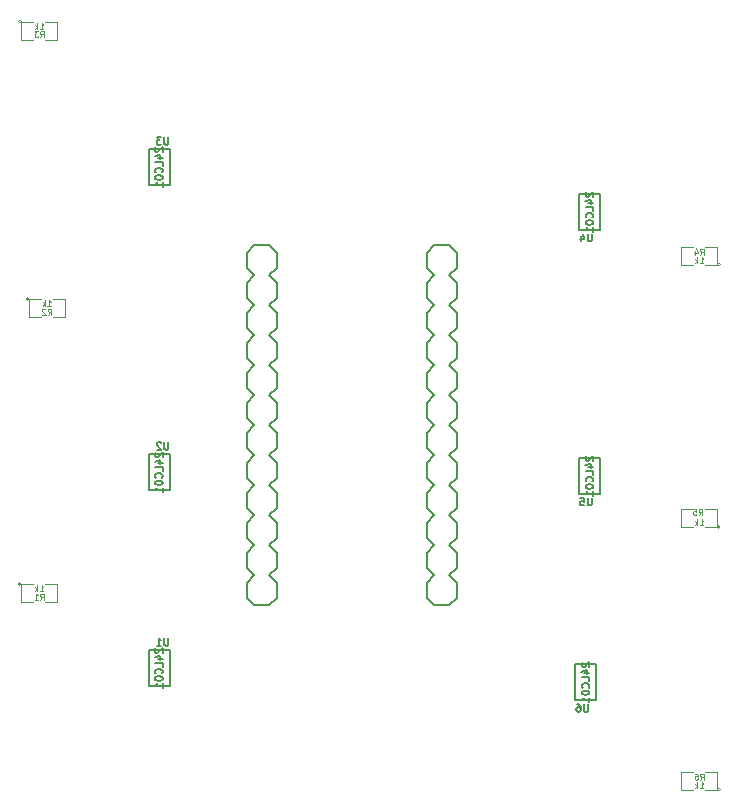
<source format=gbo>
G04 (created by PCBNEW (2013-mar-13)-testing) date jeu. 10 oct. 2013 21:07:33 CEST*
%MOIN*%
G04 Gerber Fmt 3.4, Leading zero omitted, Abs format*
%FSLAX34Y34*%
G01*
G70*
G90*
G04 APERTURE LIST*
%ADD10C,0.005906*%
%ADD11C,0.008000*%
%ADD12C,0.003900*%
%ADD13C,0.005000*%
%ADD14C,0.004300*%
G04 APERTURE END LIST*
G54D10*
G54D11*
X70925Y-27150D02*
X70925Y-26650D01*
X70925Y-26650D02*
X70675Y-26400D01*
X70175Y-26400D02*
X69925Y-26650D01*
X70675Y-28400D02*
X70925Y-28150D01*
X70925Y-28150D02*
X70925Y-27650D01*
X70925Y-27650D02*
X70675Y-27400D01*
X70175Y-27400D02*
X69925Y-27650D01*
X69925Y-27650D02*
X69925Y-28150D01*
X69925Y-28150D02*
X70175Y-28400D01*
X70925Y-27150D02*
X70675Y-27400D01*
X70175Y-27400D02*
X69925Y-27150D01*
X69925Y-26650D02*
X69925Y-27150D01*
X70925Y-30150D02*
X70925Y-29650D01*
X70925Y-29650D02*
X70675Y-29400D01*
X70175Y-29400D02*
X69925Y-29650D01*
X70675Y-29400D02*
X70925Y-29150D01*
X70925Y-29150D02*
X70925Y-28650D01*
X70925Y-28650D02*
X70675Y-28400D01*
X70175Y-28400D02*
X69925Y-28650D01*
X69925Y-28650D02*
X69925Y-29150D01*
X69925Y-29150D02*
X70175Y-29400D01*
X70675Y-31400D02*
X70925Y-31150D01*
X70925Y-31150D02*
X70925Y-30650D01*
X70925Y-30650D02*
X70675Y-30400D01*
X70175Y-30400D02*
X69925Y-30650D01*
X69925Y-30650D02*
X69925Y-31150D01*
X69925Y-31150D02*
X70175Y-31400D01*
X70925Y-30150D02*
X70675Y-30400D01*
X70175Y-30400D02*
X69925Y-30150D01*
X69925Y-29650D02*
X69925Y-30150D01*
X70925Y-33150D02*
X70925Y-32650D01*
X70925Y-32650D02*
X70675Y-32400D01*
X70175Y-32400D02*
X69925Y-32650D01*
X70675Y-32400D02*
X70925Y-32150D01*
X70925Y-32150D02*
X70925Y-31650D01*
X70925Y-31650D02*
X70675Y-31400D01*
X70175Y-31400D02*
X69925Y-31650D01*
X69925Y-31650D02*
X69925Y-32150D01*
X69925Y-32150D02*
X70175Y-32400D01*
X70675Y-33400D02*
X70175Y-33400D01*
X70925Y-33150D02*
X70675Y-33400D01*
X70175Y-33400D02*
X69925Y-33150D01*
X69925Y-32650D02*
X69925Y-33150D01*
X70925Y-26150D02*
X70925Y-25650D01*
X70925Y-25650D02*
X70675Y-25400D01*
X70175Y-25400D02*
X69925Y-25650D01*
X70925Y-26150D02*
X70675Y-26400D01*
X70175Y-26400D02*
X69925Y-26150D01*
X69925Y-25650D02*
X69925Y-26150D01*
X70925Y-25150D02*
X70925Y-24650D01*
X70925Y-24650D02*
X70675Y-24400D01*
X70175Y-24400D02*
X69925Y-24650D01*
X70925Y-25150D02*
X70675Y-25400D01*
X70175Y-25400D02*
X69925Y-25150D01*
X69925Y-24650D02*
X69925Y-25150D01*
X70925Y-24150D02*
X70925Y-23650D01*
X70925Y-23650D02*
X70675Y-23400D01*
X70175Y-23400D02*
X69925Y-23650D01*
X70925Y-24150D02*
X70675Y-24400D01*
X70175Y-24400D02*
X69925Y-24150D01*
X69925Y-23650D02*
X69925Y-24150D01*
X70925Y-23150D02*
X70925Y-22650D01*
X70925Y-22650D02*
X70675Y-22400D01*
X70175Y-22400D02*
X69925Y-22650D01*
X70925Y-23150D02*
X70675Y-23400D01*
X70175Y-23400D02*
X69925Y-23150D01*
X69925Y-22650D02*
X69925Y-23150D01*
X70925Y-22150D02*
X70925Y-21650D01*
X70925Y-21650D02*
X70675Y-21400D01*
X70675Y-21400D02*
X70175Y-21400D01*
X70175Y-21400D02*
X69925Y-21650D01*
X70925Y-22150D02*
X70675Y-22400D01*
X70175Y-22400D02*
X69925Y-22150D01*
X69925Y-21650D02*
X69925Y-22150D01*
X75925Y-27650D02*
X75925Y-28150D01*
X75925Y-28150D02*
X76175Y-28400D01*
X76675Y-28400D02*
X76925Y-28150D01*
X76175Y-26400D02*
X75925Y-26650D01*
X75925Y-26650D02*
X75925Y-27150D01*
X75925Y-27150D02*
X76175Y-27400D01*
X76675Y-27400D02*
X76925Y-27150D01*
X76925Y-27150D02*
X76925Y-26650D01*
X76925Y-26650D02*
X76675Y-26400D01*
X75925Y-27650D02*
X76175Y-27400D01*
X76675Y-27400D02*
X76925Y-27650D01*
X76925Y-28150D02*
X76925Y-27650D01*
X75925Y-24650D02*
X75925Y-25150D01*
X75925Y-25150D02*
X76175Y-25400D01*
X76675Y-25400D02*
X76925Y-25150D01*
X76175Y-25400D02*
X75925Y-25650D01*
X75925Y-25650D02*
X75925Y-26150D01*
X75925Y-26150D02*
X76175Y-26400D01*
X76675Y-26400D02*
X76925Y-26150D01*
X76925Y-26150D02*
X76925Y-25650D01*
X76925Y-25650D02*
X76675Y-25400D01*
X76175Y-23400D02*
X75925Y-23650D01*
X75925Y-23650D02*
X75925Y-24150D01*
X75925Y-24150D02*
X76175Y-24400D01*
X76675Y-24400D02*
X76925Y-24150D01*
X76925Y-24150D02*
X76925Y-23650D01*
X76925Y-23650D02*
X76675Y-23400D01*
X75925Y-24650D02*
X76175Y-24400D01*
X76675Y-24400D02*
X76925Y-24650D01*
X76925Y-25150D02*
X76925Y-24650D01*
X75925Y-21650D02*
X75925Y-22150D01*
X75925Y-22150D02*
X76175Y-22400D01*
X76675Y-22400D02*
X76925Y-22150D01*
X76175Y-22400D02*
X75925Y-22650D01*
X75925Y-22650D02*
X75925Y-23150D01*
X75925Y-23150D02*
X76175Y-23400D01*
X76675Y-23400D02*
X76925Y-23150D01*
X76925Y-23150D02*
X76925Y-22650D01*
X76925Y-22650D02*
X76675Y-22400D01*
X76175Y-21400D02*
X76675Y-21400D01*
X75925Y-21650D02*
X76175Y-21400D01*
X76675Y-21400D02*
X76925Y-21650D01*
X76925Y-22150D02*
X76925Y-21650D01*
X75925Y-28650D02*
X75925Y-29150D01*
X75925Y-29150D02*
X76175Y-29400D01*
X76675Y-29400D02*
X76925Y-29150D01*
X75925Y-28650D02*
X76175Y-28400D01*
X76675Y-28400D02*
X76925Y-28650D01*
X76925Y-29150D02*
X76925Y-28650D01*
X75925Y-29650D02*
X75925Y-30150D01*
X75925Y-30150D02*
X76175Y-30400D01*
X76675Y-30400D02*
X76925Y-30150D01*
X75925Y-29650D02*
X76175Y-29400D01*
X76675Y-29400D02*
X76925Y-29650D01*
X76925Y-30150D02*
X76925Y-29650D01*
X75925Y-30650D02*
X75925Y-31150D01*
X75925Y-31150D02*
X76175Y-31400D01*
X76675Y-31400D02*
X76925Y-31150D01*
X75925Y-30650D02*
X76175Y-30400D01*
X76675Y-30400D02*
X76925Y-30650D01*
X76925Y-31150D02*
X76925Y-30650D01*
X75925Y-31650D02*
X75925Y-32150D01*
X75925Y-32150D02*
X76175Y-32400D01*
X76675Y-32400D02*
X76925Y-32150D01*
X75925Y-31650D02*
X76175Y-31400D01*
X76675Y-31400D02*
X76925Y-31650D01*
X76925Y-32150D02*
X76925Y-31650D01*
X75925Y-32650D02*
X75925Y-33150D01*
X75925Y-33150D02*
X76175Y-33400D01*
X76175Y-33400D02*
X76675Y-33400D01*
X76675Y-33400D02*
X76925Y-33150D01*
X75925Y-32650D02*
X76175Y-32400D01*
X76675Y-32400D02*
X76925Y-32650D01*
X76925Y-33150D02*
X76925Y-32650D01*
G54D12*
X62400Y-32700D02*
G75*
G03X62400Y-32700I-50J0D01*
G74*
G01*
X62800Y-32700D02*
X62400Y-32700D01*
X62400Y-32700D02*
X62400Y-33300D01*
X62400Y-33300D02*
X62800Y-33300D01*
X63200Y-33300D02*
X63600Y-33300D01*
X63600Y-33300D02*
X63600Y-32700D01*
X63600Y-32700D02*
X63200Y-32700D01*
X62650Y-23200D02*
G75*
G03X62650Y-23200I-50J0D01*
G74*
G01*
X63050Y-23200D02*
X62650Y-23200D01*
X62650Y-23200D02*
X62650Y-23800D01*
X62650Y-23800D02*
X63050Y-23800D01*
X63450Y-23800D02*
X63850Y-23800D01*
X63850Y-23800D02*
X63850Y-23200D01*
X63850Y-23200D02*
X63450Y-23200D01*
X62400Y-13950D02*
G75*
G03X62400Y-13950I-50J0D01*
G74*
G01*
X62800Y-13950D02*
X62400Y-13950D01*
X62400Y-13950D02*
X62400Y-14550D01*
X62400Y-14550D02*
X62800Y-14550D01*
X63200Y-14550D02*
X63600Y-14550D01*
X63600Y-14550D02*
X63600Y-13950D01*
X63600Y-13950D02*
X63200Y-13950D01*
X85700Y-22050D02*
G75*
G03X85700Y-22050I-50J0D01*
G74*
G01*
X85200Y-22050D02*
X85600Y-22050D01*
X85600Y-22050D02*
X85600Y-21450D01*
X85600Y-21450D02*
X85200Y-21450D01*
X84800Y-21450D02*
X84400Y-21450D01*
X84400Y-21450D02*
X84400Y-22050D01*
X84400Y-22050D02*
X84800Y-22050D01*
X85700Y-30800D02*
G75*
G03X85700Y-30800I-50J0D01*
G74*
G01*
X85200Y-30800D02*
X85600Y-30800D01*
X85600Y-30800D02*
X85600Y-30200D01*
X85600Y-30200D02*
X85200Y-30200D01*
X84800Y-30200D02*
X84400Y-30200D01*
X84400Y-30200D02*
X84400Y-30800D01*
X84400Y-30800D02*
X84800Y-30800D01*
X85700Y-39550D02*
G75*
G03X85700Y-39550I-50J0D01*
G74*
G01*
X85200Y-39550D02*
X85600Y-39550D01*
X85600Y-39550D02*
X85600Y-38950D01*
X85600Y-38950D02*
X85200Y-38950D01*
X84800Y-38950D02*
X84400Y-38950D01*
X84400Y-38950D02*
X84400Y-39550D01*
X84400Y-39550D02*
X84800Y-39550D01*
G54D13*
X67350Y-34900D02*
X66650Y-34900D01*
X66650Y-34900D02*
X66650Y-36100D01*
X66650Y-36100D02*
X67350Y-36100D01*
X67350Y-36100D02*
X67350Y-34900D01*
X67350Y-28375D02*
X66650Y-28375D01*
X66650Y-28375D02*
X66650Y-29575D01*
X66650Y-29575D02*
X67350Y-29575D01*
X67350Y-29575D02*
X67350Y-28375D01*
X67350Y-18200D02*
X66650Y-18200D01*
X66650Y-18200D02*
X66650Y-19400D01*
X66650Y-19400D02*
X67350Y-19400D01*
X67350Y-19400D02*
X67350Y-18200D01*
X81000Y-20900D02*
X81700Y-20900D01*
X81700Y-20900D02*
X81700Y-19700D01*
X81700Y-19700D02*
X81000Y-19700D01*
X81000Y-19700D02*
X81000Y-20900D01*
X81000Y-29700D02*
X81700Y-29700D01*
X81700Y-29700D02*
X81700Y-28500D01*
X81700Y-28500D02*
X81000Y-28500D01*
X81000Y-28500D02*
X81000Y-29700D01*
X80875Y-36575D02*
X81575Y-36575D01*
X81575Y-36575D02*
X81575Y-35375D01*
X81575Y-35375D02*
X80875Y-35375D01*
X80875Y-35375D02*
X80875Y-36575D01*
G54D14*
X63032Y-33214D02*
X63098Y-33120D01*
X63145Y-33214D02*
X63145Y-33017D01*
X63070Y-33017D01*
X63051Y-33026D01*
X63042Y-33035D01*
X63032Y-33054D01*
X63032Y-33082D01*
X63042Y-33101D01*
X63051Y-33110D01*
X63070Y-33120D01*
X63145Y-33120D01*
X62845Y-33214D02*
X62957Y-33214D01*
X62901Y-33214D02*
X62901Y-33017D01*
X62920Y-33045D01*
X62939Y-33064D01*
X62957Y-33073D01*
X63023Y-32939D02*
X63136Y-32939D01*
X63079Y-32939D02*
X63079Y-32742D01*
X63098Y-32770D01*
X63117Y-32789D01*
X63136Y-32798D01*
X62939Y-32939D02*
X62939Y-32742D01*
X62920Y-32864D02*
X62863Y-32939D01*
X62863Y-32807D02*
X62939Y-32882D01*
X63282Y-23714D02*
X63348Y-23620D01*
X63395Y-23714D02*
X63395Y-23517D01*
X63320Y-23517D01*
X63301Y-23526D01*
X63292Y-23535D01*
X63282Y-23554D01*
X63282Y-23582D01*
X63292Y-23601D01*
X63301Y-23610D01*
X63320Y-23620D01*
X63395Y-23620D01*
X63207Y-23535D02*
X63198Y-23526D01*
X63179Y-23517D01*
X63132Y-23517D01*
X63113Y-23526D01*
X63104Y-23535D01*
X63095Y-23554D01*
X63095Y-23573D01*
X63104Y-23601D01*
X63217Y-23714D01*
X63095Y-23714D01*
X63273Y-23439D02*
X63386Y-23439D01*
X63329Y-23439D02*
X63329Y-23242D01*
X63348Y-23270D01*
X63367Y-23289D01*
X63386Y-23298D01*
X63189Y-23439D02*
X63189Y-23242D01*
X63170Y-23364D02*
X63113Y-23439D01*
X63113Y-23307D02*
X63189Y-23382D01*
X63032Y-14464D02*
X63098Y-14370D01*
X63145Y-14464D02*
X63145Y-14267D01*
X63070Y-14267D01*
X63051Y-14276D01*
X63042Y-14285D01*
X63032Y-14304D01*
X63032Y-14332D01*
X63042Y-14351D01*
X63051Y-14360D01*
X63070Y-14370D01*
X63145Y-14370D01*
X62967Y-14267D02*
X62845Y-14267D01*
X62910Y-14342D01*
X62882Y-14342D01*
X62863Y-14351D01*
X62854Y-14360D01*
X62845Y-14379D01*
X62845Y-14426D01*
X62854Y-14445D01*
X62863Y-14454D01*
X62882Y-14464D01*
X62939Y-14464D01*
X62957Y-14454D01*
X62967Y-14445D01*
X63023Y-14189D02*
X63136Y-14189D01*
X63079Y-14189D02*
X63079Y-13992D01*
X63098Y-14020D01*
X63117Y-14039D01*
X63136Y-14048D01*
X62939Y-14189D02*
X62939Y-13992D01*
X62920Y-14114D02*
X62863Y-14189D01*
X62863Y-14057D02*
X62939Y-14132D01*
X85032Y-21714D02*
X85098Y-21620D01*
X85145Y-21714D02*
X85145Y-21517D01*
X85070Y-21517D01*
X85051Y-21526D01*
X85042Y-21535D01*
X85032Y-21554D01*
X85032Y-21582D01*
X85042Y-21601D01*
X85051Y-21610D01*
X85070Y-21620D01*
X85145Y-21620D01*
X84863Y-21582D02*
X84863Y-21714D01*
X84910Y-21507D02*
X84957Y-21648D01*
X84835Y-21648D01*
X85023Y-21989D02*
X85136Y-21989D01*
X85079Y-21989D02*
X85079Y-21792D01*
X85098Y-21820D01*
X85117Y-21839D01*
X85136Y-21848D01*
X84939Y-21989D02*
X84939Y-21792D01*
X84920Y-21914D02*
X84863Y-21989D01*
X84863Y-21857D02*
X84939Y-21932D01*
X84982Y-30389D02*
X85048Y-30295D01*
X85095Y-30389D02*
X85095Y-30192D01*
X85020Y-30192D01*
X85001Y-30201D01*
X84992Y-30210D01*
X84982Y-30229D01*
X84982Y-30257D01*
X84992Y-30276D01*
X85001Y-30285D01*
X85020Y-30295D01*
X85095Y-30295D01*
X84804Y-30192D02*
X84898Y-30192D01*
X84907Y-30285D01*
X84898Y-30276D01*
X84879Y-30267D01*
X84832Y-30267D01*
X84813Y-30276D01*
X84804Y-30285D01*
X84795Y-30304D01*
X84795Y-30351D01*
X84804Y-30370D01*
X84813Y-30379D01*
X84832Y-30389D01*
X84879Y-30389D01*
X84898Y-30379D01*
X84907Y-30370D01*
X85023Y-30739D02*
X85136Y-30739D01*
X85079Y-30739D02*
X85079Y-30542D01*
X85098Y-30570D01*
X85117Y-30589D01*
X85136Y-30598D01*
X84939Y-30739D02*
X84939Y-30542D01*
X84920Y-30664D02*
X84863Y-30739D01*
X84863Y-30607D02*
X84939Y-30682D01*
X85032Y-39214D02*
X85098Y-39120D01*
X85145Y-39214D02*
X85145Y-39017D01*
X85070Y-39017D01*
X85051Y-39026D01*
X85042Y-39035D01*
X85032Y-39054D01*
X85032Y-39082D01*
X85042Y-39101D01*
X85051Y-39110D01*
X85070Y-39120D01*
X85145Y-39120D01*
X84863Y-39017D02*
X84901Y-39017D01*
X84920Y-39026D01*
X84929Y-39035D01*
X84948Y-39064D01*
X84957Y-39101D01*
X84957Y-39176D01*
X84948Y-39195D01*
X84939Y-39204D01*
X84920Y-39214D01*
X84882Y-39214D01*
X84863Y-39204D01*
X84854Y-39195D01*
X84845Y-39176D01*
X84845Y-39129D01*
X84854Y-39110D01*
X84863Y-39101D01*
X84882Y-39092D01*
X84920Y-39092D01*
X84939Y-39101D01*
X84948Y-39110D01*
X84957Y-39129D01*
X85023Y-39489D02*
X85136Y-39489D01*
X85079Y-39489D02*
X85079Y-39292D01*
X85098Y-39320D01*
X85117Y-39339D01*
X85136Y-39348D01*
X84939Y-39489D02*
X84939Y-39292D01*
X84920Y-39414D02*
X84863Y-39489D01*
X84863Y-39357D02*
X84939Y-39432D01*
G54D13*
X67308Y-34497D02*
X67308Y-34699D01*
X67296Y-34723D01*
X67284Y-34735D01*
X67260Y-34747D01*
X67213Y-34747D01*
X67189Y-34735D01*
X67177Y-34723D01*
X67165Y-34699D01*
X67165Y-34497D01*
X66915Y-34747D02*
X67058Y-34747D01*
X66987Y-34747D02*
X66987Y-34497D01*
X67010Y-34532D01*
X67034Y-34556D01*
X67058Y-34568D01*
X66886Y-34845D02*
X66875Y-34857D01*
X66863Y-34880D01*
X66863Y-34940D01*
X66875Y-34964D01*
X66886Y-34976D01*
X66910Y-34988D01*
X66934Y-34988D01*
X66970Y-34976D01*
X67113Y-34833D01*
X67113Y-34988D01*
X66946Y-35202D02*
X67113Y-35202D01*
X66851Y-35142D02*
X67029Y-35083D01*
X67029Y-35238D01*
X67113Y-35452D02*
X67113Y-35333D01*
X66863Y-35333D01*
X67089Y-35678D02*
X67101Y-35666D01*
X67113Y-35630D01*
X67113Y-35607D01*
X67101Y-35571D01*
X67077Y-35547D01*
X67053Y-35535D01*
X67005Y-35523D01*
X66970Y-35523D01*
X66922Y-35535D01*
X66898Y-35547D01*
X66875Y-35571D01*
X66863Y-35607D01*
X66863Y-35630D01*
X66875Y-35666D01*
X66886Y-35678D01*
X66863Y-35833D02*
X66863Y-35857D01*
X66875Y-35880D01*
X66886Y-35892D01*
X66910Y-35904D01*
X66958Y-35916D01*
X67017Y-35916D01*
X67065Y-35904D01*
X67089Y-35892D01*
X67101Y-35880D01*
X67113Y-35857D01*
X67113Y-35833D01*
X67101Y-35809D01*
X67089Y-35797D01*
X67065Y-35785D01*
X67017Y-35773D01*
X66958Y-35773D01*
X66910Y-35785D01*
X66886Y-35797D01*
X66875Y-35809D01*
X66863Y-35833D01*
X67113Y-36154D02*
X67113Y-36011D01*
X67113Y-36083D02*
X66863Y-36083D01*
X66898Y-36059D01*
X66922Y-36035D01*
X66934Y-36011D01*
X67308Y-27972D02*
X67308Y-28174D01*
X67296Y-28198D01*
X67284Y-28210D01*
X67260Y-28222D01*
X67213Y-28222D01*
X67189Y-28210D01*
X67177Y-28198D01*
X67165Y-28174D01*
X67165Y-27972D01*
X67058Y-27995D02*
X67046Y-27984D01*
X67022Y-27972D01*
X66963Y-27972D01*
X66939Y-27984D01*
X66927Y-27995D01*
X66915Y-28019D01*
X66915Y-28043D01*
X66927Y-28079D01*
X67070Y-28222D01*
X66915Y-28222D01*
X66886Y-28320D02*
X66875Y-28332D01*
X66863Y-28355D01*
X66863Y-28415D01*
X66875Y-28439D01*
X66886Y-28451D01*
X66910Y-28463D01*
X66934Y-28463D01*
X66970Y-28451D01*
X67113Y-28308D01*
X67113Y-28463D01*
X66946Y-28677D02*
X67113Y-28677D01*
X66851Y-28617D02*
X67029Y-28558D01*
X67029Y-28713D01*
X67113Y-28927D02*
X67113Y-28808D01*
X66863Y-28808D01*
X67089Y-29153D02*
X67101Y-29141D01*
X67113Y-29105D01*
X67113Y-29082D01*
X67101Y-29046D01*
X67077Y-29022D01*
X67053Y-29010D01*
X67005Y-28998D01*
X66970Y-28998D01*
X66922Y-29010D01*
X66898Y-29022D01*
X66875Y-29046D01*
X66863Y-29082D01*
X66863Y-29105D01*
X66875Y-29141D01*
X66886Y-29153D01*
X66863Y-29308D02*
X66863Y-29332D01*
X66875Y-29355D01*
X66886Y-29367D01*
X66910Y-29379D01*
X66958Y-29391D01*
X67017Y-29391D01*
X67065Y-29379D01*
X67089Y-29367D01*
X67101Y-29355D01*
X67113Y-29332D01*
X67113Y-29308D01*
X67101Y-29284D01*
X67089Y-29272D01*
X67065Y-29260D01*
X67017Y-29248D01*
X66958Y-29248D01*
X66910Y-29260D01*
X66886Y-29272D01*
X66875Y-29284D01*
X66863Y-29308D01*
X67113Y-29629D02*
X67113Y-29486D01*
X67113Y-29558D02*
X66863Y-29558D01*
X66898Y-29534D01*
X66922Y-29510D01*
X66934Y-29486D01*
X67308Y-17797D02*
X67308Y-17999D01*
X67296Y-18023D01*
X67284Y-18035D01*
X67260Y-18047D01*
X67213Y-18047D01*
X67189Y-18035D01*
X67177Y-18023D01*
X67165Y-17999D01*
X67165Y-17797D01*
X67070Y-17797D02*
X66915Y-17797D01*
X66998Y-17892D01*
X66963Y-17892D01*
X66939Y-17904D01*
X66927Y-17916D01*
X66915Y-17939D01*
X66915Y-17999D01*
X66927Y-18023D01*
X66939Y-18035D01*
X66963Y-18047D01*
X67034Y-18047D01*
X67058Y-18035D01*
X67070Y-18023D01*
X66886Y-18145D02*
X66875Y-18157D01*
X66863Y-18180D01*
X66863Y-18240D01*
X66875Y-18264D01*
X66886Y-18276D01*
X66910Y-18288D01*
X66934Y-18288D01*
X66970Y-18276D01*
X67113Y-18133D01*
X67113Y-18288D01*
X66946Y-18502D02*
X67113Y-18502D01*
X66851Y-18442D02*
X67029Y-18383D01*
X67029Y-18538D01*
X67113Y-18752D02*
X67113Y-18633D01*
X66863Y-18633D01*
X67089Y-18978D02*
X67101Y-18966D01*
X67113Y-18930D01*
X67113Y-18907D01*
X67101Y-18871D01*
X67077Y-18847D01*
X67053Y-18835D01*
X67005Y-18823D01*
X66970Y-18823D01*
X66922Y-18835D01*
X66898Y-18847D01*
X66875Y-18871D01*
X66863Y-18907D01*
X66863Y-18930D01*
X66875Y-18966D01*
X66886Y-18978D01*
X66863Y-19133D02*
X66863Y-19157D01*
X66875Y-19180D01*
X66886Y-19192D01*
X66910Y-19204D01*
X66958Y-19216D01*
X67017Y-19216D01*
X67065Y-19204D01*
X67089Y-19192D01*
X67101Y-19180D01*
X67113Y-19157D01*
X67113Y-19133D01*
X67101Y-19109D01*
X67089Y-19097D01*
X67065Y-19085D01*
X67017Y-19073D01*
X66958Y-19073D01*
X66910Y-19085D01*
X66886Y-19097D01*
X66875Y-19109D01*
X66863Y-19133D01*
X67113Y-19454D02*
X67113Y-19311D01*
X67113Y-19383D02*
X66863Y-19383D01*
X66898Y-19359D01*
X66922Y-19335D01*
X66934Y-19311D01*
X81422Y-21029D02*
X81422Y-21231D01*
X81410Y-21255D01*
X81398Y-21267D01*
X81374Y-21279D01*
X81327Y-21279D01*
X81303Y-21267D01*
X81291Y-21255D01*
X81279Y-21231D01*
X81279Y-21029D01*
X81053Y-21112D02*
X81053Y-21279D01*
X81112Y-21017D02*
X81172Y-21195D01*
X81017Y-21195D01*
X81236Y-19645D02*
X81225Y-19657D01*
X81213Y-19680D01*
X81213Y-19740D01*
X81225Y-19764D01*
X81236Y-19776D01*
X81260Y-19788D01*
X81284Y-19788D01*
X81320Y-19776D01*
X81463Y-19633D01*
X81463Y-19788D01*
X81296Y-20002D02*
X81463Y-20002D01*
X81201Y-19942D02*
X81379Y-19883D01*
X81379Y-20038D01*
X81463Y-20252D02*
X81463Y-20133D01*
X81213Y-20133D01*
X81439Y-20478D02*
X81451Y-20466D01*
X81463Y-20430D01*
X81463Y-20407D01*
X81451Y-20371D01*
X81427Y-20347D01*
X81403Y-20335D01*
X81355Y-20323D01*
X81320Y-20323D01*
X81272Y-20335D01*
X81248Y-20347D01*
X81225Y-20371D01*
X81213Y-20407D01*
X81213Y-20430D01*
X81225Y-20466D01*
X81236Y-20478D01*
X81213Y-20633D02*
X81213Y-20657D01*
X81225Y-20680D01*
X81236Y-20692D01*
X81260Y-20704D01*
X81308Y-20716D01*
X81367Y-20716D01*
X81415Y-20704D01*
X81439Y-20692D01*
X81451Y-20680D01*
X81463Y-20657D01*
X81463Y-20633D01*
X81451Y-20609D01*
X81439Y-20597D01*
X81415Y-20585D01*
X81367Y-20573D01*
X81308Y-20573D01*
X81260Y-20585D01*
X81236Y-20597D01*
X81225Y-20609D01*
X81213Y-20633D01*
X81463Y-20954D02*
X81463Y-20811D01*
X81463Y-20883D02*
X81213Y-20883D01*
X81248Y-20859D01*
X81272Y-20835D01*
X81284Y-20811D01*
X81422Y-29829D02*
X81422Y-30031D01*
X81410Y-30055D01*
X81398Y-30067D01*
X81374Y-30079D01*
X81327Y-30079D01*
X81303Y-30067D01*
X81291Y-30055D01*
X81279Y-30031D01*
X81279Y-29829D01*
X81041Y-29829D02*
X81160Y-29829D01*
X81172Y-29948D01*
X81160Y-29936D01*
X81136Y-29924D01*
X81077Y-29924D01*
X81053Y-29936D01*
X81041Y-29948D01*
X81029Y-29971D01*
X81029Y-30031D01*
X81041Y-30055D01*
X81053Y-30067D01*
X81077Y-30079D01*
X81136Y-30079D01*
X81160Y-30067D01*
X81172Y-30055D01*
X81236Y-28445D02*
X81225Y-28457D01*
X81213Y-28480D01*
X81213Y-28540D01*
X81225Y-28564D01*
X81236Y-28576D01*
X81260Y-28588D01*
X81284Y-28588D01*
X81320Y-28576D01*
X81463Y-28433D01*
X81463Y-28588D01*
X81296Y-28802D02*
X81463Y-28802D01*
X81201Y-28742D02*
X81379Y-28683D01*
X81379Y-28838D01*
X81463Y-29052D02*
X81463Y-28933D01*
X81213Y-28933D01*
X81439Y-29278D02*
X81451Y-29266D01*
X81463Y-29230D01*
X81463Y-29207D01*
X81451Y-29171D01*
X81427Y-29147D01*
X81403Y-29135D01*
X81355Y-29123D01*
X81320Y-29123D01*
X81272Y-29135D01*
X81248Y-29147D01*
X81225Y-29171D01*
X81213Y-29207D01*
X81213Y-29230D01*
X81225Y-29266D01*
X81236Y-29278D01*
X81213Y-29433D02*
X81213Y-29457D01*
X81225Y-29480D01*
X81236Y-29492D01*
X81260Y-29504D01*
X81308Y-29516D01*
X81367Y-29516D01*
X81415Y-29504D01*
X81439Y-29492D01*
X81451Y-29480D01*
X81463Y-29457D01*
X81463Y-29433D01*
X81451Y-29409D01*
X81439Y-29397D01*
X81415Y-29385D01*
X81367Y-29373D01*
X81308Y-29373D01*
X81260Y-29385D01*
X81236Y-29397D01*
X81225Y-29409D01*
X81213Y-29433D01*
X81463Y-29754D02*
X81463Y-29611D01*
X81463Y-29683D02*
X81213Y-29683D01*
X81248Y-29659D01*
X81272Y-29635D01*
X81284Y-29611D01*
X81297Y-36704D02*
X81297Y-36906D01*
X81285Y-36930D01*
X81273Y-36942D01*
X81249Y-36954D01*
X81202Y-36954D01*
X81178Y-36942D01*
X81166Y-36930D01*
X81154Y-36906D01*
X81154Y-36704D01*
X80928Y-36704D02*
X80976Y-36704D01*
X80999Y-36716D01*
X81011Y-36727D01*
X81035Y-36763D01*
X81047Y-36811D01*
X81047Y-36906D01*
X81035Y-36930D01*
X81023Y-36942D01*
X80999Y-36954D01*
X80952Y-36954D01*
X80928Y-36942D01*
X80916Y-36930D01*
X80904Y-36906D01*
X80904Y-36846D01*
X80916Y-36823D01*
X80928Y-36811D01*
X80952Y-36799D01*
X80999Y-36799D01*
X81023Y-36811D01*
X81035Y-36823D01*
X81047Y-36846D01*
X81111Y-35320D02*
X81100Y-35332D01*
X81088Y-35355D01*
X81088Y-35415D01*
X81100Y-35439D01*
X81111Y-35451D01*
X81135Y-35463D01*
X81159Y-35463D01*
X81195Y-35451D01*
X81338Y-35308D01*
X81338Y-35463D01*
X81171Y-35677D02*
X81338Y-35677D01*
X81076Y-35617D02*
X81254Y-35558D01*
X81254Y-35713D01*
X81338Y-35927D02*
X81338Y-35808D01*
X81088Y-35808D01*
X81314Y-36153D02*
X81326Y-36141D01*
X81338Y-36105D01*
X81338Y-36082D01*
X81326Y-36046D01*
X81302Y-36022D01*
X81278Y-36010D01*
X81230Y-35998D01*
X81195Y-35998D01*
X81147Y-36010D01*
X81123Y-36022D01*
X81100Y-36046D01*
X81088Y-36082D01*
X81088Y-36105D01*
X81100Y-36141D01*
X81111Y-36153D01*
X81088Y-36308D02*
X81088Y-36332D01*
X81100Y-36355D01*
X81111Y-36367D01*
X81135Y-36379D01*
X81183Y-36391D01*
X81242Y-36391D01*
X81290Y-36379D01*
X81314Y-36367D01*
X81326Y-36355D01*
X81338Y-36332D01*
X81338Y-36308D01*
X81326Y-36284D01*
X81314Y-36272D01*
X81290Y-36260D01*
X81242Y-36248D01*
X81183Y-36248D01*
X81135Y-36260D01*
X81111Y-36272D01*
X81100Y-36284D01*
X81088Y-36308D01*
X81338Y-36629D02*
X81338Y-36486D01*
X81338Y-36558D02*
X81088Y-36558D01*
X81123Y-36534D01*
X81147Y-36510D01*
X81159Y-36486D01*
M02*

</source>
